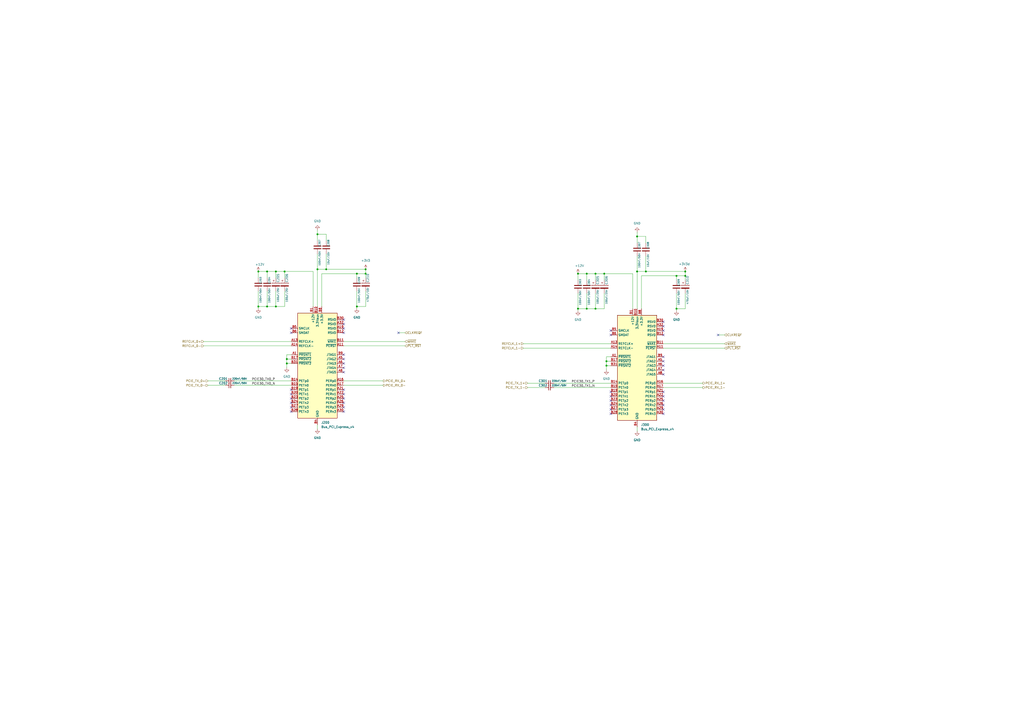
<source format=kicad_sch>
(kicad_sch (version 20231120) (generator "eeschema") (generator_version "8.0")
  (paper "A2")
  (title_block (title "nvme Carrier for LattePanda Mu") (date "2024-07-13") (rev "V1.0"))
  (lib_symbols
    (symbol "Bus_PCI_Express_x4_1"
      (property "Reference" "J200" (at 2.1941 -31.75 0))
      (property "Value" "Bus_PCI_Express_x4" (at 2.1941 -34.29 0))
      (symbol "Bus_PCI_Express_x4_1_0_1"
        (rectangle (start -11.43 31.75) (end 11.43 -29.21) (stroke (width 0.254)) (fill (type background)))
      )
      (symbol "Bus_PCI_Express_x4_1_1_1"
        (pin passive line (at -15.24 7.62 0) (length 3.81) (name "~{PRSNT1}") (number "A1"))
        (pin passive line (at 2.54 35.56 270) (length 3.81) hide (name "+3.3V") (number "A10"))
        (pin input line (at 15.24 12.7 180) (length 3.81) (name "~{PERST}") (number "A11"))
        (pin passive line (at 0 -33.02 90) (length 3.81) hide (name "GND") (number "A12"))
        (pin input line (at -15.24 15.24 0) (length 3.81) (name "REFCLK+") (number "A13"))
        (pin input line (at -15.24 12.7 0) (length 3.81) (name "REFCLK-") (number "A14"))
        (pin passive line (at 0 -33.02 90) (length 3.81) hide (name "GND") (number "A15"))
        (pin output line (at 15.24 -7.62 180) (length 3.81) (name "PERp0") (number "A16"))
        (pin output line (at 15.24 -10.16 180) (length 3.81) (name "PERn0") (number "A17"))
        (pin passive line (at 0 -33.02 90) (length 3.81) hide (name "GND") (number "A18"))
        (pin passive line (at 15.24 22.86 180) (length 3.81) (name "RSVD") (number "A19"))
        (pin passive line (at -2.54 35.56 270) (length 3.81) hide (name "+12V") (number "A2"))
        (pin passive line (at 0 -33.02 90) (length 3.81) hide (name "GND") (number "A20"))
        (pin output line (at 15.24 -12.7 180) (length 3.81) (name "PERp1") (number "A21"))
        (pin output line (at 15.24 -15.24 180) (length 3.81) (name "PERn1") (number "A22"))
        (pin passive line (at 0 -33.02 90) (length 3.81) hide (name "GND") (number "A23"))
        (pin passive line (at 0 -33.02 90) (length 3.81) hide (name "GND") (number "A24"))
        (pin output line (at 15.24 -17.78 180) (length 3.81) (name "PERp2") (number "A25"))
        (pin output line (at 15.24 -20.32 180) (length 3.81) (name "PERn2") (number "A26"))
        (pin passive line (at 0 -33.02 90) (length 3.81) hide (name "GND") (number "A27"))
        (pin passive line (at 0 -33.02 90) (length 3.81) hide (name "GND") (number "A28"))
        (pin output line (at 15.24 -22.86 180) (length 3.81) (name "PERp3") (number "A29"))
        (pin passive line (at -2.54 35.56 270) (length 3.81) hide (name "+12V") (number "A3"))
        (pin output line (at 15.24 -25.4 180) (length 3.81) (name "PERn3") (number "A30"))
        (pin passive line (at 0 -33.02 90) (length 3.81) hide (name "GND") (number "A31"))
        (pin passive line (at 15.24 25.4 180) (length 3.81) (name "RSVD") (number "A32"))
        (pin passive line (at 0 -33.02 90) (length 3.81) hide (name "GND") (number "A4"))
        (pin input line (at 15.24 5.08 180) (length 3.81) (name "JTAG2") (number "A5"))
        (pin input line (at 15.24 2.54 180) (length 3.81) (name "JTAG3") (number "A6"))
        (pin output line (at 15.24 0 180) (length 3.81) (name "JTAG4") (number "A7"))
        (pin input line (at 15.24 -2.54 180) (length 3.81) (name "JTAG5") (number "A8"))
        (pin passive line (at 2.54 35.56 270) (length 3.81) hide (name "+3.3V") (number "A9"))
        (pin power_in line (at -2.54 35.56 270) (length 3.81) (name "+12V") (number "B1"))
        (pin power_in line (at 0 35.56 270) (length 3.81) (name "3.3Vaux") (number "B10"))
        (pin open_collector line (at 15.24 15.24 180) (length 3.81) (name "~{WAKE}") (number "B11"))
        (pin passive line (at 15.24 20.32 180) (length 3.81) (name "RSVD") (number "B12"))
        (pin passive line (at 0 -33.02 90) (length 3.81) hide (name "GND") (number "B13"))
        (pin input line (at -15.24 -7.62 0) (length 3.81) (name "PETp0") (number "B14"))
        (pin input line (at -15.24 -10.16 0) (length 3.81) (name "PETn0") (number "B15"))
        (pin passive line (at 0 -33.02 90) (length 3.81) hide (name "GND") (number "B16"))
        (pin passive line (at -15.24 5.08 0) (length 3.81) (name "~{PRSNT2}") (number "B17"))
        (pin passive line (at 0 -33.02 90) (length 3.81) hide (name "GND") (number "B18"))
        (pin input line (at -15.24 -12.7 0) (length 3.81) (name "PETp1") (number "B19"))
        (pin passive line (at -2.54 35.56 270) (length 3.81) hide (name "+12V") (number "B2"))
        (pin input line (at -15.24 -15.24 0) (length 3.81) (name "PETn1") (number "B20"))
        (pin passive line (at 0 -33.02 90) (length 3.81) hide (name "GND") (number "B21"))
        (pin passive line (at 0 -33.02 90) (length 3.81) hide (name "GND") (number "B22"))
        (pin input line (at -15.24 -17.78 0) (length 3.81) (name "PETp2") (number "B23"))
        (pin input line (at -15.24 -20.32 0) (length 3.81) (name "PETn2") (number "B24"))
        (pin passive line (at 0 -33.02 90) (length 3.81) hide (name "GND") (number "B25"))
        (pin passive line (at 0 -33.02 90) (length 3.81) hide (name "GND") (number "B26"))
        (pin input line (at -15.24 -22.86 0) (length 3.81) (name "PETp3") (number "B27"))
        (pin input line (at -15.24 -25.4 0) (length 3.81) (name "PETn3") (number "B28"))
        (pin passive line (at 0 -33.02 90) (length 3.81) hide (name "GND") (number "B29"))
        (pin passive line (at -2.54 35.56 270) (length 3.81) hide (name "+12V") (number "B3"))
        (pin passive line (at 15.24 27.94 180) (length 3.81) (name "RSVD") (number "B30"))
        (pin passive line (at -15.24 2.54 0) (length 3.81) (name "~{PRSNT2}") (number "B31"))
        (pin passive line (at 0 -33.02 90) (length 3.81) hide (name "GND") (number "B32"))
        (pin power_in line (at 0 -33.02 90) (length 3.81) (name "GND") (number "B4"))
        (pin input line (at -15.24 22.86 0) (length 3.81) (name "SMCLK") (number "B5"))
        (pin bidirectional line (at -15.24 20.32 0) (length 3.81) (name "SMDAT") (number "B6"))
        (pin passive line (at 0 -33.02 90) (length 3.81) hide (name "GND") (number "B7"))
        (pin power_in line (at 2.54 35.56 270) (length 3.81) (name "+3.3V") (number "B8"))
        (pin input line (at 15.24 7.62 180) (length 3.81) (name "JTAG1") (number "B9"))
      )
    )
    (symbol "Connector:Bus_PCI_Express_x4"
      (property "Reference" "J" (at -8.89 33.02 0))
      (property "Value" "Bus_PCI_Express_x4" (at 12.7 33.02 0))
      (symbol "Bus_PCI_Express_x4_0_1"
        (rectangle (start -11.43 31.75) (end 11.43 -29.21) (stroke (width 0.254)) (fill (type background)))
      )
      (symbol "Bus_PCI_Express_x4_1_1"
        (pin passive line (at -15.24 7.62 0) (length 3.81) (name "~{PRSNT1}") (number "A1"))
        (pin passive line (at 2.54 35.56 270) (length 3.81) hide (name "+3.3V") (number "A10"))
        (pin input line (at 15.24 12.7 180) (length 3.81) (name "~{PERST}") (number "A11"))
        (pin passive line (at 0 -33.02 90) (length 3.81) hide (name "GND") (number "A12"))
        (pin input line (at -15.24 15.24 0) (length 3.81) (name "REFCLK+") (number "A13"))
        (pin input line (at -15.24 12.7 0) (length 3.81) (name "REFCLK-") (number "A14"))
        (pin passive line (at 0 -33.02 90) (length 3.81) hide (name "GND") (number "A15"))
        (pin output line (at 15.24 -7.62 180) (length 3.81) (name "PERp0") (number "A16"))
        (pin output line (at 15.24 -10.16 180) (length 3.81) (name "PERn0") (number "A17"))
        (pin passive line (at 0 -33.02 90) (length 3.81) hide (name "GND") (number "A18"))
        (pin passive line (at 15.24 22.86 180) (length 3.81) (name "RSVD") (number "A19"))
        (pin passive line (at -2.54 35.56 270) (length 3.81) hide (name "+12V") (number "A2"))
        (pin passive line (at 0 -33.02 90) (length 3.81) hide (name "GND") (number "A20"))
        (pin output line (at 15.24 -12.7 180) (length 3.81) (name "PERp1") (number "A21"))
        (pin output line (at 15.24 -15.24 180) (length 3.81) (name "PERn1") (number "A22"))
        (pin passive line (at 0 -33.02 90) (length 3.81) hide (name "GND") (number "A23"))
        (pin passive line (at 0 -33.02 90) (length 3.81) hide (name "GND") (number "A24"))
        (pin output line (at 15.24 -17.78 180) (length 3.81) (name "PERp2") (number "A25"))
        (pin output line (at 15.24 -20.32 180) (length 3.81) (name "PERn2") (number "A26"))
        (pin passive line (at 0 -33.02 90) (length 3.81) hide (name "GND") (number "A27"))
        (pin passive line (at 0 -33.02 90) (length 3.81) hide (name "GND") (number "A28"))
        (pin output line (at 15.24 -22.86 180) (length 3.81) (name "PERp3") (number "A29"))
        (pin passive line (at -2.54 35.56 270) (length 3.81) hide (name "+12V") (number "A3"))
        (pin output line (at 15.24 -25.4 180) (length 3.81) (name "PERn3") (number "A30"))
        (pin passive line (at 0 -33.02 90) (length 3.81) hide (name "GND") (number "A31"))
        (pin passive line (at 15.24 25.4 180) (length 3.81) (name "RSVD") (number "A32"))
        (pin passive line (at 0 -33.02 90) (length 3.81) hide (name "GND") (number "A4"))
        (pin input line (at 15.24 5.08 180) (length 3.81) (name "JTAG2") (number "A5"))
        (pin input line (at 15.24 2.54 180) (length 3.81) (name "JTAG3") (number "A6"))
        (pin output line (at 15.24 0 180) (length 3.81) (name "JTAG4") (number "A7"))
        (pin input line (at 15.24 -2.54 180) (length 3.81) (name "JTAG5") (number "A8"))
        (pin passive line (at 2.54 35.56 270) (length 3.81) hide (name "+3.3V") (number "A9"))
        (pin power_in line (at -2.54 35.56 270) (length 3.81) (name "+12V") (number "B1"))
        (pin power_in line (at 0 35.56 270) (length 3.81) (name "3.3Vaux") (number "B10"))
        (pin open_collector line (at 15.24 15.24 180) (length 3.81) (name "~{WAKE}") (number "B11"))
        (pin passive line (at 15.24 20.32 180) (length 3.81) (name "RSVD") (number "B12"))
        (pin passive line (at 0 -33.02 90) (length 3.81) hide (name "GND") (number "B13"))
        (pin input line (at -15.24 -7.62 0) (length 3.81) (name "PETp0") (number "B14"))
        (pin input line (at -15.24 -10.16 0) (length 3.81) (name "PETn0") (number "B15"))
        (pin passive line (at 0 -33.02 90) (length 3.81) hide (name "GND") (number "B16"))
        (pin passive line (at -15.24 5.08 0) (length 3.81) (name "~{PRSNT2}") (number "B17"))
        (pin passive line (at 0 -33.02 90) (length 3.81) hide (name "GND") (number "B18"))
        (pin input line (at -15.24 -12.7 0) (length 3.81) (name "PETp1") (number "B19"))
        (pin passive line (at -2.54 35.56 270) (length 3.81) hide (name "+12V") (number "B2"))
        (pin input line (at -15.24 -15.24 0) (length 3.81) (name "PETn1") (number "B20"))
        (pin passive line (at 0 -33.02 90) (length 3.81) hide (name "GND") (number "B21"))
        (pin passive line (at 0 -33.02 90) (length 3.81) hide (name "GND") (number "B22"))
        (pin input line (at -15.24 -17.78 0) (length 3.81) (name "PETp2") (number "B23"))
        (pin input line (at -15.24 -20.32 0) (length 3.81) (name "PETn2") (number "B24"))
        (pin passive line (at 0 -33.02 90) (length 3.81) hide (name "GND") (number "B25"))
        (pin passive line (at 0 -33.02 90) (length 3.81) hide (name "GND") (number "B26"))
        (pin input line (at -15.24 -22.86 0) (length 3.81) (name "PETp3") (number "B27"))
        (pin input line (at -15.24 -25.4 0) (length 3.81) (name "PETn3") (number "B28"))
        (pin passive line (at 0 -33.02 90) (length 3.81) hide (name "GND") (number "B29"))
        (pin passive line (at -2.54 35.56 270) (length 3.81) hide (name "+12V") (number "B3"))
        (pin passive line (at 15.24 27.94 180) (length 3.81) (name "RSVD") (number "B30"))
        (pin passive line (at -15.24 2.54 0) (length 3.81) (name "~{PRSNT2}") (number "B31"))
        (pin passive line (at 0 -33.02 90) (length 3.81) hide (name "GND") (number "B32"))
        (pin power_in line (at 0 -33.02 90) (length 3.81) (name "GND") (number "B4"))
        (pin input line (at -15.24 22.86 0) (length 3.81) (name "SMCLK") (number "B5"))
        (pin bidirectional line (at -15.24 20.32 0) (length 3.81) (name "SMDAT") (number "B6"))
        (pin passive line (at 0 -33.02 90) (length 3.81) hide (name "GND") (number "B7"))
        (pin power_in line (at 2.54 35.56 270) (length 3.81) (name "+3.3V") (number "B8"))
        (pin input line (at 15.24 7.62 180) (length 3.81) (name "JTAG1") (number "B9"))
      )
    )
    (symbol "Device:C" (pin_numbers hide) (pin_names (offset 0.254))
      (property "Reference" "C" (at 0.635 2.54 0))
      (property "Value" "C" (at 0.635 -2.54 0))
      (symbol "C_0_1"
        (polyline (pts (xy -2.032 -0.762) (xy 2.032 -0.762)) (stroke (width 0.508)))
        (polyline (pts (xy -2.032 0.762) (xy 2.032 0.762)) (stroke (width 0.508)))
      )
      (symbol "C_1_1"
        (pin passive line (at 0 3.81 270) (length 2.794) (name "~") (number "1"))
        (pin passive line (at 0 -3.81 90) (length 2.794) (name "~") (number "2"))
      )
    )
    (symbol "Device:C_Polarized" (pin_numbers hide) (pin_names (offset 0.254))
      (property "Reference" "C" (at 0.635 2.54 0))
      (property "Value" "C_Polarized" (at 0.635 -2.54 0))
      (symbol "C_Polarized_0_1"
        (rectangle (start -2.286 0.508) (end 2.286 1.016))
        (polyline (pts (xy -1.778 2.286) (xy -0.762 2.286)))
        (polyline (pts (xy -1.27 2.794) (xy -1.27 1.778)))
        (rectangle (start 2.286 -0.508) (end -2.286 -1.016) (fill (type outline)))
      )
      (symbol "C_Polarized_1_1"
        (pin passive line (at 0 3.81 270) (length 2.794) (name "~") (number "1"))
        (pin passive line (at 0 -3.81 90) (length 2.794) (name "~") (number "2"))
      )
    )
    (symbol "Device:C_Small" (pin_numbers hide) (pin_names (offset 0.254) hide)
      (property "Reference" "C" (at 0.254 1.778 0))
      (property "Value" "C_Small" (at 0.254 -2.032 0))
      (symbol "C_Small_0_1"
        (polyline (pts (xy -1.524 -0.508) (xy 1.524 -0.508)) (stroke (width 0.3302)))
        (polyline (pts (xy -1.524 0.508) (xy 1.524 0.508)) (stroke (width 0.3048)))
      )
      (symbol "C_Small_1_1"
        (pin passive line (at 0 2.54 270) (length 2.032) (name "~") (number "1"))
        (pin passive line (at 0 -2.54 90) (length 2.032) (name "~") (number "2"))
      )
    )
    (symbol "power:+12VA" (power) (pin_numbers hide) (pin_names (offset 0) hide)
      (property "Value" "+12VA" (at 0 3.556 0))
      (symbol "+12VA_0_1"
        (polyline (pts (xy -0.762 1.27) (xy 0 2.54)))
        (polyline (pts (xy 0 0) (xy 0 2.54)))
        (polyline (pts (xy 0 2.54) (xy 0.762 1.27)))
      )
      (symbol "+12VA_1_1"
        (pin power_in line (at 0 0 90) (length 0) (name "~") (number "1"))
      )
    )
    (symbol "power:+3V3" (power) (pin_numbers hide) (pin_names (offset 0) hide)
      (property "Value" "+3V3" (at 0 3.556 0))
      (symbol "+3V3_0_1"
        (polyline (pts (xy -0.762 1.27) (xy 0 2.54)))
        (polyline (pts (xy 0 0) (xy 0 2.54)))
        (polyline (pts (xy 0 2.54) (xy 0.762 1.27)))
      )
      (symbol "+3V3_1_1"
        (pin power_in line (at 0 0 90) (length 0) (name "~") (number "1"))
      )
    )
    (symbol "power:GND" (power) (pin_numbers hide) (pin_names (offset 0) hide)
      (property "Value" "GND" (at 0 -3.81 0))
      (symbol "GND_0_1"
        (polyline (pts (xy 0 0) (xy 0 -1.27) (xy 1.27 -1.27) (xy 0 -2.54) (xy -1.27 -1.27) (xy 0 -1.27)))
      )
      (symbol "GND_1_1"
        (pin power_in line (at 0 0 270) (length 0) (name "~") (number "1"))
      )
    )
  )
  (junction (at 166.37 210.82))
  (junction (at 350.52 158.75))
  (junction (at 149.86 177.8))
  (junction (at 207.01 177.8))
  (junction (at 392.43 179.07))
  (junction (at 166.37 208.28))
  (junction (at 212.09 158.75))
  (junction (at 374.65 157.48))
  (junction (at 212.09 156.21))
  (junction (at 397.51 157.48))
  (junction (at 351.79 209.55))
  (junction (at 345.44 158.75))
  (junction (at 340.36 179.07))
  (junction (at 189.23 156.21))
  (junction (at 369.57 157.48))
  (junction (at 335.28 179.07))
  (junction (at 165.1 157.48))
  (junction (at 369.57 137.16))
  (junction (at 160.02 177.8))
  (junction (at 184.15 156.21))
  (junction (at 340.36 158.75))
  (junction (at 392.43 160.02))
  (junction (at 207.01 158.75))
  (junction (at 160.02 157.48))
  (junction (at 154.94 177.8))
  (junction (at 351.79 212.09))
  (junction (at 154.94 157.48))
  (junction (at 335.28 158.75))
  (junction (at 149.86 157.48))
  (junction (at 345.44 179.07))
  (junction (at 397.51 160.02))
  (junction (at 184.15 135.89))
  (no_connect (at 168.91 190.5))
  (no_connect (at 199.39 205.74))
  (no_connect (at 384.81 240.03))
  (no_connect (at 354.33 194.31))
  (no_connect (at 384.81 237.49))
  (no_connect (at 354.33 229.87))
  (no_connect (at 199.39 208.28))
  (no_connect (at 384.81 227.33))
  (no_connect (at 354.33 237.49))
  (no_connect (at 199.39 233.68))
  (no_connect (at 168.91 236.22))
  (no_connect (at 199.39 210.82))
  (no_connect (at 199.39 215.9))
  (no_connect (at 384.81 234.95))
  (no_connect (at 384.81 217.17))
  (no_connect (at 384.81 189.23))
  (no_connect (at 384.81 229.87))
  (no_connect (at 354.33 232.41))
  (no_connect (at 384.81 232.41))
  (no_connect (at 354.33 234.95))
  (no_connect (at 416.56 194.31))
  (no_connect (at 384.81 209.55))
  (no_connect (at 168.91 228.6))
  (no_connect (at 384.81 186.69))
  (no_connect (at 199.39 193.04))
  (no_connect (at 354.33 191.77))
  (no_connect (at 199.39 187.96))
  (no_connect (at 199.39 228.6))
  (no_connect (at 199.39 238.76))
  (no_connect (at 231.14 193.04))
  (no_connect (at 168.91 238.76))
  (no_connect (at 199.39 226.06))
  (no_connect (at 199.39 213.36))
  (no_connect (at 168.91 231.14))
  (no_connect (at 168.91 233.68))
  (no_connect (at 384.81 207.01))
  (no_connect (at 354.33 227.33))
  (no_connect (at 199.39 231.14))
  (no_connect (at 168.91 193.04))
  (no_connect (at 199.39 236.22))
  (no_connect (at 384.81 212.09))
  (no_connect (at 199.39 185.42))
  (no_connect (at 199.39 190.5))
  (no_connect (at 354.33 240.03))
  (no_connect (at 384.81 194.31))
  (no_connect (at 384.81 191.77))
  (no_connect (at 384.81 214.63))
  (no_connect (at 168.91 226.06))
  (wire (pts (xy 160.02 157.48) (xy 160.02 161.29)))
  (wire (pts (xy 321.31 222.25) (xy 354.33 222.25)))
  (wire (pts (xy 350.52 162.56) (xy 350.52 158.75)))
  (wire (pts (xy 166.37 208.28) (xy 166.37 210.82)))
  (wire (pts (xy 367.03 179.07) (xy 367.03 158.75)))
  (wire (pts (xy 384.81 224.79) (xy 407.67 224.79)))
  (wire (pts (xy 165.1 177.8) (xy 160.02 177.8)))
  (wire (pts (xy 189.23 135.89) (xy 184.15 135.89)))
  (wire (pts (xy 369.57 157.48) (xy 374.65 157.48)))
  (wire (pts (xy 345.44 170.18) (xy 345.44 179.07)))
  (wire (pts (xy 369.57 247.65) (xy 369.57 250.19)))
  (wire (pts (xy 303.53 201.93) (xy 354.33 201.93)))
  (wire (pts (xy 392.43 170.18) (xy 392.43 179.07)))
  (wire (pts (xy 335.28 158.75) (xy 335.28 162.56)))
  (wire (pts (xy 392.43 160.02) (xy 392.43 162.56)))
  (wire (pts (xy 181.61 177.8) (xy 181.61 157.48)))
  (wire (pts (xy 154.94 157.48) (xy 160.02 157.48)))
  (wire (pts (xy 345.44 158.75) (xy 350.52 158.75)))
  (wire (pts (xy 335.28 158.75) (xy 340.36 158.75)))
  (wire (pts (xy 135.89 223.52) (xy 168.91 223.52)))
  (wire (pts (xy 184.15 156.21) (xy 189.23 156.21)))
  (wire (pts (xy 369.57 137.16) (xy 369.57 140.97)))
  (wire (pts (xy 372.11 160.02) (xy 392.43 160.02)))
  (wire (pts (xy 160.02 177.8) (xy 154.94 177.8)))
  (wire (pts (xy 184.15 147.32) (xy 184.15 156.21)))
  (wire (pts (xy 374.65 148.59) (xy 374.65 157.48)))
  (wire (pts (xy 212.09 158.75) (xy 212.09 161.29)))
  (wire (pts (xy 181.61 157.48) (xy 165.1 157.48)))
  (wire (pts (xy 184.15 246.38) (xy 184.15 248.92)))
  (wire (pts (xy 369.57 179.07) (xy 369.57 157.48)))
  (wire (pts (xy 369.57 148.59) (xy 369.57 157.48)))
  (wire (pts (xy 168.91 205.74) (xy 166.37 205.74)))
  (wire (pts (xy 340.36 170.18) (xy 340.36 179.07)))
  (wire (pts (xy 199.39 223.52) (xy 222.25 223.52)))
  (wire (pts (xy 207.01 158.75) (xy 207.01 161.29)))
  (wire (pts (xy 166.37 205.74) (xy 166.37 208.28)))
  (wire (pts (xy 340.36 158.75) (xy 345.44 158.75)))
  (wire (pts (xy 135.89 220.98) (xy 168.91 220.98)))
  (wire (pts (xy 351.79 207.01) (xy 351.79 209.55)))
  (wire (pts (xy 397.51 160.02) (xy 397.51 162.56)))
  (wire (pts (xy 372.11 160.02) (xy 372.11 179.07)))
  (wire (pts (xy 367.03 158.75) (xy 350.52 158.75)))
  (wire (pts (xy 397.51 160.02) (xy 397.51 157.48)))
  (wire (pts (xy 335.28 179.07) (xy 335.28 180.34)))
  (wire (pts (xy 199.39 200.66) (xy 234.95 200.66)))
  (wire (pts (xy 384.81 222.25) (xy 407.67 222.25)))
  (wire (pts (xy 184.15 133.35) (xy 184.15 135.89)))
  (wire (pts (xy 207.01 158.75) (xy 212.09 158.75)))
  (wire (pts (xy 212.09 158.75) (xy 212.09 156.21)))
  (wire (pts (xy 354.33 209.55) (xy 351.79 209.55)))
  (wire (pts (xy 168.91 208.28) (xy 166.37 208.28)))
  (wire (pts (xy 340.36 179.07) (xy 335.28 179.07)))
  (wire (pts (xy 186.69 158.75) (xy 207.01 158.75)))
  (wire (pts (xy 340.36 158.75) (xy 340.36 162.56)))
  (wire (pts (xy 199.39 220.98) (xy 222.25 220.98)))
  (wire (pts (xy 384.81 201.93) (xy 420.37 201.93)))
  (wire (pts (xy 306.07 224.79) (xy 316.23 224.79)))
  (wire (pts (xy 149.86 177.8) (xy 149.86 179.07)))
  (wire (pts (xy 165.1 161.29) (xy 165.1 157.48)))
  (wire (pts (xy 397.51 170.18) (xy 397.51 179.07)))
  (wire (pts (xy 351.79 209.55) (xy 351.79 212.09)))
  (wire (pts (xy 149.86 157.48) (xy 154.94 157.48)))
  (wire (pts (xy 154.94 168.91) (xy 154.94 177.8)))
  (wire (pts (xy 416.56 194.31) (xy 420.37 194.31)))
  (wire (pts (xy 350.52 170.18) (xy 350.52 179.07)))
  (wire (pts (xy 154.94 157.48) (xy 154.94 161.29)))
  (wire (pts (xy 231.14 193.04) (xy 234.95 193.04)))
  (wire (pts (xy 160.02 157.48) (xy 165.1 157.48)))
  (wire (pts (xy 165.1 168.91) (xy 165.1 177.8)))
  (wire (pts (xy 166.37 210.82) (xy 168.91 210.82)))
  (wire (pts (xy 118.11 200.66) (xy 168.91 200.66)))
  (wire (pts (xy 335.28 170.18) (xy 335.28 179.07)))
  (wire (pts (xy 189.23 147.32) (xy 189.23 156.21)))
  (wire (pts (xy 120.65 223.52) (xy 130.81 223.52)))
  (wire (pts (xy 207.01 168.91) (xy 207.01 177.8)))
  (wire (pts (xy 184.15 177.8) (xy 184.15 156.21)))
  (wire (pts (xy 374.65 140.97) (xy 374.65 137.16)))
  (wire (pts (xy 207.01 177.8) (xy 207.01 179.07)))
  (wire (pts (xy 303.53 199.39) (xy 354.33 199.39)))
  (wire (pts (xy 392.43 179.07) (xy 392.43 180.34)))
  (wire (pts (xy 345.44 158.75) (xy 345.44 162.56)))
  (wire (pts (xy 184.15 135.89) (xy 184.15 139.7)))
  (wire (pts (xy 350.52 179.07) (xy 345.44 179.07)))
  (wire (pts (xy 166.37 213.36) (xy 166.37 210.82)))
  (wire (pts (xy 160.02 168.91) (xy 160.02 177.8)))
  (wire (pts (xy 384.81 199.39) (xy 420.37 199.39)))
  (wire (pts (xy 306.07 222.25) (xy 316.23 222.25)))
  (wire (pts (xy 351.79 214.63) (xy 351.79 212.09)))
  (wire (pts (xy 118.11 198.12) (xy 168.91 198.12)))
  (wire (pts (xy 212.09 177.8) (xy 207.01 177.8)))
  (wire (pts (xy 374.65 157.48) (xy 397.51 157.48)))
  (wire (pts (xy 120.65 220.98) (xy 130.81 220.98)))
  (wire (pts (xy 149.86 168.91) (xy 149.86 177.8)))
  (wire (pts (xy 212.09 168.91) (xy 212.09 177.8)))
  (wire (pts (xy 189.23 139.7) (xy 189.23 135.89)))
  (wire (pts (xy 369.57 134.62) (xy 369.57 137.16)))
  (wire (pts (xy 351.79 212.09) (xy 354.33 212.09)))
  (wire (pts (xy 374.65 137.16) (xy 369.57 137.16)))
  (wire (pts (xy 392.43 160.02) (xy 397.51 160.02)))
  (wire (pts (xy 321.31 224.79) (xy 354.33 224.79)))
  (wire (pts (xy 199.39 198.12) (xy 234.95 198.12)))
  (wire (pts (xy 186.69 158.75) (xy 186.69 177.8)))
  (wire (pts (xy 354.33 207.01) (xy 351.79 207.01)))
  (wire (pts (xy 397.51 179.07) (xy 392.43 179.07)))
  (wire (pts (xy 189.23 156.21) (xy 212.09 156.21)))
  (wire (pts (xy 345.44 179.07) (xy 340.36 179.07)))
  (wire (pts (xy 149.86 157.48) (xy 149.86 161.29)))
  (wire (pts (xy 154.94 177.8) (xy 149.86 177.8)))
  (label "PCIE30_TX0_N" (at 146.05 223.52 0))
  (label "PCIE30_TX1_N" (at 331.47 224.79 0))
  (label "PCIE30_TX1_P" (at 331.47 222.25 0))
  (label "PCIE30_TX0_P" (at 146.05 220.98 0))
  (hierarchical_label "PCIE_RX_0-" (shape output) (at 222.25 223.52 0))
  (hierarchical_label "PCIE_TX_0+" (shape input) (at 120.65 220.98 180))
  (hierarchical_label "~{WAKE}" (shape input) (at 420.37 199.39 0))
  (hierarchical_label "~{WAKE}" (shape input) (at 234.95 198.12 0))
  (hierarchical_label "PCIE_RX_1-" (shape output) (at 407.67 224.79 0))
  (hierarchical_label "REFCLK_0-" (shape input) (at 118.11 200.66 180))
  (hierarchical_label "CLKREQF" (shape input) (at 234.95 193.04 0))
  (hierarchical_label "CLKREQF" (shape input) (at 420.37 194.31 0))
  (hierarchical_label "REFCLK_0+" (shape input) (at 118.11 198.12 180))
  (hierarchical_label "~{PLT_RST}" (shape input) (at 234.95 200.66 0))
  (hierarchical_label "PCIE_RX_0+" (shape output) (at 222.25 220.98 0))
  (hierarchical_label "PCIE_TX_1+" (shape input) (at 306.07 222.25 180))
  (hierarchical_label "PCIE_TX_1-" (shape input) (at 306.07 224.79 180))
  (hierarchical_label "PCIE_TX_0-" (shape input) (at 120.65 223.52 180))
  (hierarchical_label "REFCLK_1+" (shape input) (at 303.53 199.39 180))
  (hierarchical_label "PCIE_RX_1+" (shape output) (at 407.67 222.25 0))
  (hierarchical_label "REFCLK_1-" (shape input) (at 303.53 201.93 180))
  (hierarchical_label "~{PLT_RST}" (shape input) (at 420.37 201.93 0))
  (symbol (lib_id "Device:C_Small") (at 318.77 224.79 90) (unit 1)
    (property "Reference" "C302" (at 317.5 223.52 90) (effects (justify left)))
    (property "Value" "220nF/50V" (at 320.04 223.52 90) (effects (font (size 1 1)) (justify right)))
    (property "Footprint" "A_HDJ_Library:C_0402_1005Metric" (effects (hide yes)))
    (property "Datasheet" "https://wmsc.lcsc.com/wmsc/upload/file/pdf/v2/lcsc/2209081730_Murata-Electronics-GRM155R61H224KE01D_C5159775.pdf" (effects (hide yes)))
    (property "SCH_Show_Footprint" "C0402" (effects (hide yes)))
    (property "Part#" "C5159775" (effects (hide yes)))
    (property "MPN" "GRM155R61H224KE01D" (effects (hide yes)))
    (property "Package" "0402" (effects (hide yes)))
    (property "LCSC Part #" "C5159775" (effects (hide yes)))
  )
  (symbol (lib_id "Device:C") (at 207.01 165.1 0) (unit 1)
    (property "Reference" "C209" (at 208.28 162.56 90) (effects (font (size 1 1))))
    (property "Value" "100nF/50V" (at 208.28 171.45 90) (effects (font (size 1 1))))
    (property "Footprint" "A_HDJ_Library:C_0402_1005Metric" (effects (hide yes)))
    (property "Datasheet" "https://wmsc.lcsc.com/wmsc/upload/file/pdf/v2/lcsc/1809272047_Murata-Electronics-GRM155R71H104KE14D_C77020.pdf" (effects (hide yes)))
    (property "SCH_Show_Footprint" "C0402" (effects (hide yes)))
    (property "Part#" "C77020" (effects (hide yes)))
    (property "MPN" "GRM155R71H104KE14D" (effects (hide yes)))
    (property "Package" "0402" (effects (hide yes)))
    (property "LCSC Part #" "C77020" (effects (hide yes)))
  )
  (symbol (lib_id "Device:C") (at 340.36 166.37 0) (unit 1)
    (property "Reference" "C304" (at 341.63 163.83 90) (effects (font (size 1 1))))
    (property "Value" "100nF/50V" (at 341.63 172.72 90) (effects (font (size 1 1))))
    (property "Footprint" "A_HDJ_Library:C_0402_1005Metric" (effects (hide yes)))
    (property "Datasheet" "https://wmsc.lcsc.com/wmsc/upload/file/pdf/v2/lcsc/1809272047_Murata-Electronics-GRM155R71H104KE14D_C77020.pdf" (effects (hide yes)))
    (property "SCH_Show_Footprint" "C0402" (effects (hide yes)))
    (property "Part#" "C77020" (effects (hide yes)))
    (property "MPN" "GRM155R71H104KE14D" (effects (hide yes)))
    (property "Package" "0402" (effects (hide yes)))
    (property "LCSC Part #" "C77020" (effects (hide yes)))
  )
  (symbol (lib_id "power:+3V3") (at 397.51 157.48 0) (unit 1)
    (property "Reference" "#PWR0156" (effects (hide yes)))
    (property "Value" "+3V3d" (at 393.7 153.162 0) (effects (justify left)))
  )
  (symbol (lib_id "Device:C_Small") (at 133.35 220.98 90) (unit 1)
    (property "Reference" "C201" (at 132.08 219.71 90) (effects (justify left)))
    (property "Value" "220nF/50V" (at 134.62 219.71 90) (effects (font (size 1 1)) (justify right)))
    (property "Footprint" "A_HDJ_Library:C_0402_1005Metric" (effects (hide yes)))
    (property "Datasheet" "https://wmsc.lcsc.com/wmsc/upload/file/pdf/v2/lcsc/2209081730_Murata-Electronics-GRM155R61H224KE01D_C5159775.pdf" (effects (hide yes)))
    (property "SCH_Show_Footprint" "C0402" (effects (hide yes)))
    (property "Part#" "C5159775" (effects (hide yes)))
    (property "MPN" "GRM155R61H224KE01D" (effects (hide yes)))
    (property "Package" "0402" (effects (hide yes)))
    (property "LCSC Part #" "C5159775" (effects (hide yes)))
    (instances (project "nvme Carrier for LattePanda Mu" (path "" (reference "C201") (unit 1))) (project "LPM-PCIeEx" (path "" (reference "C?") (unit 1))))
  )
  (symbol (lib_id "power:GND") (at 184.15 248.92 0) (unit 1)
    (property "Reference" "#PWR017" (effects (hide yes)))
    (property "Value" "GND" (at 184.15 254 0))
    (instances (project "nvme Carrier for LattePanda Mu" (path "" (reference "#PWR017") (unit 1))) (project "LPM-PCIeEx" (path "" (reference "#PWR?") (unit 1))))
  )
  (symbol (lib_id "power:GND") (at 369.57 134.62 180) (unit 1)
    (property "Reference" "#PWR0153" (effects (hide yes)))
    (property "Value" "GND" (at 369.57 129.54 0))
  )
  (symbol (lib_id "Device:C_Polarized") (at 160.02 165.1 0) (unit 1)
    (property "Reference" "C205" (at 161.29 163.83 90) (effects (justify left)))
    (property "Value" "100uF/25V" (at 161.29 175.26 90) (effects (font (size 1 1)) (justify left)))
    (property "Footprint" "A_HDJ_Library:CP_Elec_6.3x7.7" (effects (hide yes)))
    (property "Datasheet" "https://wmsc.lcsc.com/wmsc/upload/file/pdf/v2/lcsc/2208310930_Capxon-International-Elec-PM101M025E077PTR_C2858382.pdf" (effects (hide yes)))
    (property "SCH_Show_Footprint" "C5x5.8" (effects (hide yes)))
    (property "Part#" "C2886300" (effects (hide yes)))
    (property "MPN" "VT1E101M-CRE54" (effects (hide yes)))
    (property "MPN_alt" "PM101M025E077PTR" (effects (hide yes)))
    (property "Package" "SMD,D6.3xL7.7mm" (effects (hide yes)))
    (property "LCSC Part #" "C2886300" (effects (hide yes)))
  )
  (symbol (lib_id "power:GND") (at 166.37 213.36 0) (unit 1)
    (property "Reference" "#PWR015" (effects (hide yes)))
    (property "Value" "GND" (at 166.37 218.44 0))
    (instances (project "nvme Carrier for LattePanda Mu" (path "" (reference "#PWR015") (unit 1))) (project "LPM-PCIeEx" (path "" (reference "#PWR?") (unit 1))))
  )
  (symbol (lib_id "Device:C") (at 149.86 165.1 0) (unit 1)
    (property "Reference" "C203" (at 151.13 162.56 90) (effects (font (size 1 1))))
    (property "Value" "100nF/50V" (at 151.13 171.45 90) (effects (font (size 1 1))))
    (property "Footprint" "A_HDJ_Library:C_0402_1005Metric" (effects (hide yes)))
    (property "Datasheet" "https://wmsc.lcsc.com/wmsc/upload/file/pdf/v2/lcsc/1809272047_Murata-Electronics-GRM155R71H104KE14D_C77020.pdf" (effects (hide yes)))
    (property "SCH_Show_Footprint" "C0402" (effects (hide yes)))
    (property "Part#" "C77020" (effects (hide yes)))
    (property "MPN" "GRM155R71H104KE14D" (effects (hide yes)))
    (property "Package" "0402" (effects (hide yes)))
    (property "LCSC Part #" "C77020" (effects (hide yes)))
  )
  (symbol (lib_id "Device:C") (at 374.65 144.78 0) (unit 1)
    (property "Reference" "C308" (at 375.92 142.24 90) (effects (font (size 1 1))))
    (property "Value" "10uF/10V" (at 375.92 151.13 90) (effects (font (size 1 1))))
    (property "Footprint" "A_HDJ_Library:C_0402_1005Metric" (effects (hide yes)))
    (property "Datasheet" "https://wmsc.lcsc.com/wmsc/upload/file/pdf/v2/lcsc/2312201433_Samsung-Electro-Mechanics-CL05A106MP5NUNC_C315248.pdf" (effects (hide yes)))
    (property "SCH_Show_Footprint" "C0402" (effects (hide yes)))
    (property "Part#" "C315248" (effects (hide yes)))
    (property "MPN" "CL05A106MP5NUNC" (effects (hide yes)))
    (property "Package" "0402" (effects (hide yes)))
    (property "LCSC Part #" "C315248" (effects (hide yes)))
  )
  (symbol (lib_id "power:+12VA") (at 335.28 158.75 0) (unit 1)
    (property "Reference" "#PWR0150" (effects (hide yes)))
    (property "Value" "+12V" (at 333.502 154.178 0) (effects (justify left)))
  )
  (symbol (lib_id "Device:C_Polarized") (at 212.09 165.1 0) (unit 1)
    (property "Reference" "C210" (at 213.36 163.83 90) (effects (justify left)))
    (property "Value" "470uF/10V" (at 213.36 175.26 90) (effects (font (size 1 1)) (justify left)))
    (property "Footprint" "A_HDJ_Library:CP_Elec_6.3x7.7" (effects (hide yes)))
    (property "Datasheet" "https://my.mouser.com/datasheet/2/231/156315576075-1624351.pdf" (effects (hide yes)))
    (property "SCH_Show_Footprint" "C5x5.8" (effects (hide yes)))
    (property "Part#" "C384654" (effects (hide yes)))
    (property "MPN" "VZT471M1ATR-0607" (effects (hide yes)))
    (property "Package" "SMD,D6.3xL7.7mm" (effects (hide yes)))
    (property "LCSC Part #" "C384654" (effects (hide yes)))
  )
  (symbol (lib_id "Device:C_Polarized") (at 345.44 166.37 0) (unit 1)
    (property "Reference" "C305" (at 346.71 165.1 90) (effects (justify left)))
    (property "Value" "100uF/25V" (at 346.71 176.53 90) (effects (font (size 1 1)) (justify left)))
    (property "Footprint" "A_HDJ_Library:CP_Elec_6.3x7.7" (effects (hide yes)))
    (property "Datasheet" "https://wmsc.lcsc.com/wmsc/upload/file/pdf/v2/lcsc/2208310930_Capxon-International-Elec-PM101M025E077PTR_C2858382.pdf" (effects (hide yes)))
    (property "SCH_Show_Footprint" "C5x5.8" (effects (hide yes)))
    (property "Part#" "C2886300" (effects (hide yes)))
    (property "MPN" "VT1E101M-CRE54" (effects (hide yes)))
    (property "MPN_alt" "PM101M025E077PTR" (effects (hide yes)))
    (property "Package" "SMD,D6.3xL7.7mm" (effects (hide yes)))
    (property "LCSC Part #" "C2886300" (effects (hide yes)))
  )
  (symbol (lib_id "Device:C") (at 189.23 143.51 0) (unit 1)
    (property "Reference" "C208" (at 190.5 140.97 90) (effects (font (size 1 1))))
    (property "Value" "10uF/10V" (at 190.5 149.86 90) (effects (font (size 1 1))))
    (property "Footprint" "A_HDJ_Library:C_0402_1005Metric" (effects (hide yes)))
    (property "Datasheet" "https://wmsc.lcsc.com/wmsc/upload/file/pdf/v2/lcsc/2312201433_Samsung-Electro-Mechanics-CL05A106MP5NUNC_C315248.pdf" (effects (hide yes)))
    (property "SCH_Show_Footprint" "C0402" (effects (hide yes)))
    (property "Part#" "C315248" (effects (hide yes)))
    (property "MPN" "CL05A106MP5NUNC" (effects (hide yes)))
    (property "Package" "0402" (effects (hide yes)))
    (property "LCSC Part #" "C315248" (effects (hide yes)))
  )
  (symbol (lib_id "power:GND") (at 207.01 179.07 0) (unit 1)
    (property "Reference" "#PWR018" (effects (hide yes)))
    (property "Value" "GND" (at 207.01 184.15 0))
  )
  (symbol (lib_id "Device:C") (at 392.43 166.37 0) (unit 1)
    (property "Reference" "C309" (at 393.7 163.83 90) (effects (font (size 1 1))))
    (property "Value" "100nF/50V" (at 393.7 172.72 90) (effects (font (size 1 1))))
    (property "Footprint" "A_HDJ_Library:C_0402_1005Metric" (effects (hide yes)))
    (property "Datasheet" "https://wmsc.lcsc.com/wmsc/upload/file/pdf/v2/lcsc/1809272047_Murata-Electronics-GRM155R71H104KE14D_C77020.pdf" (effects (hide yes)))
    (property "SCH_Show_Footprint" "C0402" (effects (hide yes)))
    (property "Part#" "C77020" (effects (hide yes)))
    (property "MPN" "GRM155R71H104KE14D" (effects (hide yes)))
    (property "Package" "0402" (effects (hide yes)))
    (property "LCSC Part #" "C77020" (effects (hide yes)))
  )
  (symbol (lib_id "power:GND") (at 392.43 180.34 0) (unit 1)
    (property "Reference" "#PWR0155" (effects (hide yes)))
    (property "Value" "GND" (at 392.43 185.42 0))
  )
  (symbol (lib_id "Device:C") (at 369.57 144.78 0) (unit 1)
    (property "Reference" "C307" (at 370.84 142.24 90) (effects (font (size 1 1))))
    (property "Value" "100nF/50V" (at 370.84 151.13 90) (effects (font (size 1 1))))
    (property "Footprint" "A_HDJ_Library:C_0402_1005Metric" (effects (hide yes)))
    (property "Datasheet" "https://wmsc.lcsc.com/wmsc/upload/file/pdf/v2/lcsc/1809272047_Murata-Electronics-GRM155R71H104KE14D_C77020.pdf" (effects (hide yes)))
    (property "SCH_Show_Footprint" "C0402" (effects (hide yes)))
    (property "Part#" "C77020" (effects (hide yes)))
    (property "MPN" "GRM155R71H104KE14D" (effects (hide yes)))
    (property "Package" "0402" (effects (hide yes)))
    (property "LCSC Part #" "C77020" (effects (hide yes)))
  )
  (symbol (lib_id "Connector:Bus_PCI_Express_x4") (at 369.57 214.63 0) (unit 1)
    (property "Reference" "J300" (at 371.7641 246.38 0) (effects (justify left)))
    (property "Value" "Bus_PCI_Express_x4" (at 371.7641 248.92 0) (effects (justify left)))
    (property "Footprint" "A_HDJ_Library:PCIe_x4_Gen3Slot_Connectors" (effects (hide yes)))
    (property "Datasheet" "https://wmsc.lcsc.com/wmsc/upload/file/pdf/v2/lcsc/2201121330_LOTES-AAA-PCI-161-K03_C2926855.pdf" (effects (hide yes)))
    (property "Part#" "C2926855" (effects (hide yes)))
    (property "MPN" "AAA-PCI-161-K03" (effects (hide yes)))
    (property "MPN_alt" "2EG03227-D2D-DF" (effects (hide yes)))
    (property "Package" "Plugin,P=2mm" (effects (hide yes)))
    (property "LCSC Part #" "C2926855" (effects (hide yes)))
  )
  (symbol (lib_id "power:GND") (at 149.86 179.07 0) (unit 1)
    (property "Reference" "#PWR014" (effects (hide yes)))
    (property "Value" "GND" (at 149.86 184.15 0))
  )
  (symbol (lib_id "Device:C_Small") (at 318.77 222.25 90) (unit 1)
    (property "Reference" "C301" (at 317.5 220.98 90) (effects (justify left)))
    (property "Value" "220nF/50V" (at 320.04 220.98 90) (effects (font (size 1 1)) (justify right)))
    (property "Footprint" "A_HDJ_Library:C_0402_1005Metric" (effects (hide yes)))
    (property "Datasheet" "https://wmsc.lcsc.com/wmsc/upload/file/pdf/v2/lcsc/2209081730_Murata-Electronics-GRM155R61H224KE01D_C5159775.pdf" (effects (hide yes)))
    (property "SCH_Show_Footprint" "C0402" (effects (hide yes)))
    (property "Part#" "C5159775" (effects (hide yes)))
    (property "MPN" "GRM155R61H224KE01D" (effects (hide yes)))
    (property "Package" "0402" (effects (hide yes)))
    (property "LCSC Part #" "C5159775" (effects (hide yes)))
  )
  (symbol (lib_name "Bus_PCI_Express_x4_1") (lib_id "Connector:Bus_PCI_Express_x4") (at 184.15 213.36 0) (unit 1)
    (property "Reference" "J200" (at 186.3441 245.11 0) (effects (justify left)))
    (property "Value" "Bus_PCI_Express_x4" (at 186.3441 247.65 0) (effects (justify left)))
    (property "Footprint" "A_HDJ_Library:PCIe_x4_Gen3Slot_Connectors" (effects (hide yes)))
    (property "Datasheet" "https://wmsc.lcsc.com/wmsc/upload/file/pdf/v2/lcsc/2201121330_LOTES-AAA-PCI-161-K03_C2926855.pdf" (effects (hide yes)))
    (property "Part#" "C2926855" (effects (hide yes)))
    (property "MPN" "AAA-PCI-161-K03" (effects (hide yes)))
    (property "MPN_alt" "2EG03227-D2D-DF" (effects (hide yes)))
    (property "Package" "Plugin,P=2mm" (effects (hide yes)))
    (property "LCSC Part #" "C2926855" (effects (hide yes)))
    (instances (project "nvme Carrier for LattePanda Mu" (path "" (reference "J200") (unit 1))) (project "LPM-PCIeEx" (path "" (reference "J?") (unit 1))))
  )
  (symbol (lib_id "power:+12VA") (at 149.86 157.48 0) (unit 1)
    (property "Reference" "#PWR013" (effects (hide yes)))
    (property "Value" "+12V" (at 148.082 153.416 0) (effects (justify left)))
  )
  (symbol (lib_id "Device:C_Polarized") (at 165.1 165.1 0) (unit 1)
    (property "Reference" "C206" (at 166.37 163.83 90) (effects (justify left)))
    (property "Value" "100uF/25V" (at 166.37 175.26 90) (effects (font (size 1 1)) (justify left)))
    (property "Footprint" "A_HDJ_Library:CP_Elec_6.3x7.7" (effects (hide yes)))
    (property "Datasheet" "https://wmsc.lcsc.com/wmsc/upload/file/pdf/v2/lcsc/2208310930_Capxon-International-Elec-PM101M025E077PTR_C2858382.pdf" (effects (hide yes)))
    (property "SCH_Show_Footprint" "C5x5.8" (effects (hide yes)))
    (property "Part#" "C2886300" (effects (hide yes)))
    (property "MPN" "VT1E101M-CRE54" (effects (hide yes)))
    (property "MPN_alt" "PM101M025E077PTR" (effects (hide yes)))
    (property "Package" "SMD,D6.3xL7.7mm" (effects (hide yes)))
    (property "LCSC Part #" "C2886300" (effects (hide yes)))
  )
  (symbol (lib_id "Device:C") (at 184.15 143.51 0) (unit 1)
    (property "Reference" "C207" (at 185.42 140.97 90) (effects (font (size 1 1))))
    (property "Value" "100nF/50V" (at 185.42 149.86 90) (effects (font (size 1 1))))
    (property "Footprint" "A_HDJ_Library:C_0402_1005Metric" (effects (hide yes)))
    (property "Datasheet" "https://wmsc.lcsc.com/wmsc/upload/file/pdf/v2/lcsc/1809272047_Murata-Electronics-GRM155R71H104KE14D_C77020.pdf" (effects (hide yes)))
    (property "SCH_Show_Footprint" "C0402" (effects (hide yes)))
    (property "Part#" "C77020" (effects (hide yes)))
    (property "MPN" "GRM155R71H104KE14D" (effects (hide yes)))
    (property "Package" "0402" (effects (hide yes)))
    (property "LCSC Part #" "C77020" (effects (hide yes)))
  )
  (symbol (lib_id "Device:C_Polarized") (at 397.51 166.37 0) (unit 1)
    (property "Reference" "C310" (at 398.78 165.1 90) (effects (justify left)))
    (property "Value" "470uF/10V" (at 398.78 176.53 90) (effects (font (size 1 1)) (justify left)))
    (property "Footprint" "A_HDJ_Library:CP_Elec_6.3x7.7" (effects (hide yes)))
    (property "Datasheet" "https://my.mouser.com/datasheet/2/231/156315576075-1624351.pdf" (effects (hide yes)))
    (property "SCH_Show_Footprint" "C5x5.8" (effects (hide yes)))
    (property "Part#" "C384654" (effects (hide yes)))
    (property "MPN" "VZT471M1ATR-0607" (effects (hide yes)))
    (property "Package" "SMD,D6.3xL7.7mm" (effects (hide yes)))
    (property "LCSC Part #" "C384654" (effects (hide yes)))
  )
  (symbol (lib_id "power:GND") (at 184.15 133.35 180) (unit 1)
    (property "Reference" "#PWR016" (effects (hide yes)))
    (property "Value" "GND" (at 184.15 128.27 0))
  )
  (symbol (lib_id "Device:C_Small") (at 133.35 223.52 90) (unit 1)
    (property "Reference" "C202" (at 132.08 222.25 90) (effects (justify left)))
    (property "Value" "220nF/50V" (at 134.62 222.25 90) (effects (font (size 1 1)) (justify right)))
    (property "Footprint" "A_HDJ_Library:C_0402_1005Metric" (effects (hide yes)))
    (property "Datasheet" "https://wmsc.lcsc.com/wmsc/upload/file/pdf/v2/lcsc/2209081730_Murata-Electronics-GRM155R61H224KE01D_C5159775.pdf" (effects (hide yes)))
    (property "SCH_Show_Footprint" "C0402" (effects (hide yes)))
    (property "Part#" "C5159775" (effects (hide yes)))
    (property "MPN" "GRM155R61H224KE01D" (effects (hide yes)))
    (property "Package" "0402" (effects (hide yes)))
    (property "LCSC Part #" "C5159775" (effects (hide yes)))
    (instances (project "nvme Carrier for LattePanda Mu" (path "" (reference "C202") (unit 1))) (project "LPM-PCIeEx" (path "" (reference "C?") (unit 1))))
  )
  (symbol (lib_id "Device:C_Polarized") (at 350.52 166.37 0) (unit 1)
    (property "Reference" "C306" (at 351.79 165.1 90) (effects (justify left)))
    (property "Value" "100uF/25V" (at 351.79 176.53 90) (effects (font (size 1 1)) (justify left)))
    (property "Footprint" "A_HDJ_Library:CP_Elec_6.3x7.7" (effects (hide yes)))
    (property "Datasheet" "https://wmsc.lcsc.com/wmsc/upload/file/pdf/v2/lcsc/2208310930_Capxon-International-Elec-PM101M025E077PTR_C2858382.pdf" (effects (hide yes)))
    (property "SCH_Show_Footprint" "C5x5.8" (effects (hide yes)))
    (property "Part#" "C2886300" (effects (hide yes)))
    (property "MPN" "VT1E101M-CRE54" (effects (hide yes)))
    (property "MPN_alt" "PM101M025E077PTR" (effects (hide yes)))
    (property "Package" "SMD,D6.3xL7.7mm" (effects (hide yes)))
    (property "LCSC Part #" "C2886300" (effects (hide yes)))
  )
  (symbol (lib_id "power:GND") (at 369.57 250.19 0) (unit 1)
    (property "Reference" "#PWR0154" (effects (hide yes)))
    (property "Value" "GND" (at 369.57 255.27 0))
  )
  (symbol (lib_id "power:+3V3") (at 212.09 156.21 0) (unit 1)
    (property "Reference" "#PWR019" (effects (hide yes)))
    (property "Value" "+3V3" (at 212.09 151.13 0))
  )
  (symbol (lib_id "Device:C") (at 335.28 166.37 0) (unit 1)
    (property "Reference" "C303" (at 336.55 163.83 90) (effects (font (size 1 1))))
    (property "Value" "100nF/50V" (at 336.55 172.72 90) (effects (font (size 1 1))))
    (property "Footprint" "A_HDJ_Library:C_0402_1005Metric" (effects (hide yes)))
    (property "Datasheet" "https://wmsc.lcsc.com/wmsc/upload/file/pdf/v2/lcsc/1809272047_Murata-Electronics-GRM155R71H104KE14D_C77020.pdf" (effects (hide yes)))
    (property "SCH_Show_Footprint" "C0402" (effects (hide yes)))
    (property "Part#" "C77020" (effects (hide yes)))
    (property "MPN" "GRM155R71H104KE14D" (effects (hide yes)))
    (property "Package" "0402" (effects (hide yes)))
    (property "LCSC Part #" "C77020" (effects (hide yes)))
  )
  (symbol (lib_id "power:GND") (at 351.79 214.63 0) (unit 1)
    (property "Reference" "#PWR0152" (effects (hide yes)))
    (property "Value" "GND" (at 351.79 219.71 0))
  )
  (symbol (lib_id "power:GND") (at 335.28 180.34 0) (unit 1)
    (property "Reference" "#PWR0151" (effects (hide yes)))
    (property "Value" "GND" (at 335.28 185.42 0))
  )
  (symbol (lib_id "Device:C") (at 154.94 165.1 0) (unit 1)
    (property "Reference" "C204" (at 156.21 162.56 90) (effects (font (size 1 1))))
    (property "Value" "100nF/50V" (at 156.21 171.45 90) (effects (font (size 1 1))))
    (property "Footprint" "A_HDJ_Library:C_0402_1005Metric" (effects (hide yes)))
    (property "Datasheet" "https://wmsc.lcsc.com/wmsc/upload/file/pdf/v2/lcsc/1809272047_Murata-Electronics-GRM155R71H104KE14D_C77020.pdf" (effects (hide yes)))
    (property "SCH_Show_Footprint" "C0402" (effects (hide yes)))
    (property "Part#" "C77020" (effects (hide yes)))
    (property "MPN" "GRM155R71H104KE14D" (effects (hide yes)))
    (property "Package" "0402" (effects (hide yes)))
    (property "LCSC Part #" "C77020" (effects (hide yes)))
  )
)
</source>
